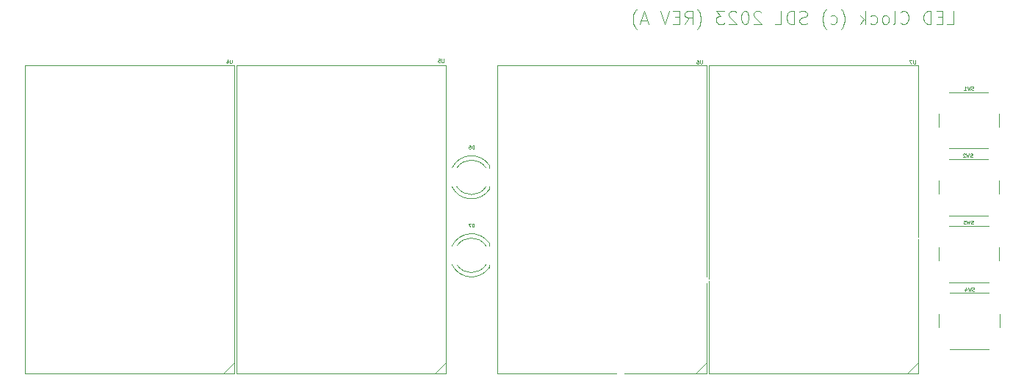
<source format=gbr>
G04 #@! TF.GenerationSoftware,KiCad,Pcbnew,6.0.11-2627ca5db0~126~ubuntu22.04.1*
G04 #@! TF.CreationDate,2023-10-21T07:57:24+01:00*
G04 #@! TF.ProjectId,LEDClock,4c454443-6c6f-4636-9b2e-6b696361645f,rev?*
G04 #@! TF.SameCoordinates,PX44794c0PY22243c0*
G04 #@! TF.FileFunction,Legend,Bot*
G04 #@! TF.FilePolarity,Positive*
%FSLAX45Y45*%
G04 Gerber Fmt 4.5, Leading zero omitted, Abs format (unit mm)*
G04 Created by KiCad (PCBNEW 6.0.11-2627ca5db0~126~ubuntu22.04.1) date 2023-10-21 07:57:24*
%MOMM*%
%LPD*%
G01*
G04 APERTURE LIST*
G04 Aperture macros list*
%AMRoundRect*
0 Rectangle with rounded corners*
0 $1 Rounding radius*
0 $2 $3 $4 $5 $6 $7 $8 $9 X,Y pos of 4 corners*
0 Add a 4 corners polygon primitive as box body*
4,1,4,$2,$3,$4,$5,$6,$7,$8,$9,$2,$3,0*
0 Add four circle primitives for the rounded corners*
1,1,$1+$1,$2,$3*
1,1,$1+$1,$4,$5*
1,1,$1+$1,$6,$7*
1,1,$1+$1,$8,$9*
0 Add four rect primitives between the rounded corners*
20,1,$1+$1,$2,$3,$4,$5,0*
20,1,$1+$1,$4,$5,$6,$7,0*
20,1,$1+$1,$6,$7,$8,$9,0*
20,1,$1+$1,$8,$9,$2,$3,0*%
G04 Aperture macros list end*
%ADD10C,0.100000*%
%ADD11C,0.120000*%
%ADD12O,1.800000X1.100000*%
%ADD13O,2.200000X1.100000*%
%ADD14C,3.200000*%
%ADD15RoundRect,0.250000X-0.620000X-0.845000X0.620000X-0.845000X0.620000X0.845000X-0.620000X0.845000X0*%
%ADD16O,1.740000X2.190000*%
%ADD17R,1.500000X1.500000*%
%ADD18C,1.500000*%
%ADD19C,2.000000*%
%ADD20R,1.800000X1.800000*%
%ADD21C,1.800000*%
%ADD22C,0.800000*%
G04 APERTURE END LIST*
D10*
X11731000Y-231107D02*
X11802428Y-231107D01*
X11802428Y-81107D01*
X11681000Y-152536D02*
X11631000Y-152536D01*
X11609571Y-231107D02*
X11681000Y-231107D01*
X11681000Y-81107D01*
X11609571Y-81107D01*
X11545286Y-231107D02*
X11545286Y-81107D01*
X11509571Y-81107D01*
X11488143Y-88250D01*
X11473857Y-102536D01*
X11466714Y-116821D01*
X11459571Y-145393D01*
X11459571Y-166821D01*
X11466714Y-195393D01*
X11473857Y-209678D01*
X11488143Y-223964D01*
X11509571Y-231107D01*
X11545286Y-231107D01*
X11195286Y-216821D02*
X11202428Y-223964D01*
X11223857Y-231107D01*
X11238143Y-231107D01*
X11259571Y-223964D01*
X11273857Y-209678D01*
X11281000Y-195393D01*
X11288143Y-166821D01*
X11288143Y-145393D01*
X11281000Y-116821D01*
X11273857Y-102536D01*
X11259571Y-88250D01*
X11238143Y-81107D01*
X11223857Y-81107D01*
X11202428Y-88250D01*
X11195286Y-95393D01*
X11109571Y-231107D02*
X11123857Y-223964D01*
X11131000Y-209678D01*
X11131000Y-81107D01*
X11031000Y-231107D02*
X11045286Y-223964D01*
X11052429Y-216821D01*
X11059571Y-202536D01*
X11059571Y-159679D01*
X11052429Y-145393D01*
X11045286Y-138250D01*
X11031000Y-131107D01*
X11009571Y-131107D01*
X10995286Y-138250D01*
X10988143Y-145393D01*
X10981000Y-159679D01*
X10981000Y-202536D01*
X10988143Y-216821D01*
X10995286Y-223964D01*
X11009571Y-231107D01*
X11031000Y-231107D01*
X10852429Y-223964D02*
X10866714Y-231107D01*
X10895286Y-231107D01*
X10909571Y-223964D01*
X10916714Y-216821D01*
X10923857Y-202536D01*
X10923857Y-159679D01*
X10916714Y-145393D01*
X10909571Y-138250D01*
X10895286Y-131107D01*
X10866714Y-131107D01*
X10852429Y-138250D01*
X10788143Y-231107D02*
X10788143Y-81107D01*
X10773857Y-173964D02*
X10731000Y-231107D01*
X10731000Y-131107D02*
X10788143Y-188250D01*
X10509571Y-288250D02*
X10516714Y-281107D01*
X10531000Y-259678D01*
X10538143Y-245393D01*
X10545286Y-223964D01*
X10552429Y-188250D01*
X10552429Y-159679D01*
X10545286Y-123964D01*
X10538143Y-102536D01*
X10531000Y-88250D01*
X10516714Y-66821D01*
X10509571Y-59678D01*
X10388143Y-223964D02*
X10402429Y-231107D01*
X10431000Y-231107D01*
X10445286Y-223964D01*
X10452429Y-216821D01*
X10459571Y-202536D01*
X10459571Y-159679D01*
X10452429Y-145393D01*
X10445286Y-138250D01*
X10431000Y-131107D01*
X10402429Y-131107D01*
X10388143Y-138250D01*
X10338143Y-288250D02*
X10331000Y-281107D01*
X10316714Y-259678D01*
X10309571Y-245393D01*
X10302429Y-223964D01*
X10295286Y-188250D01*
X10295286Y-159679D01*
X10302429Y-123964D01*
X10309571Y-102536D01*
X10316714Y-88250D01*
X10331000Y-66821D01*
X10338143Y-59678D01*
X10116714Y-223964D02*
X10095286Y-231107D01*
X10059571Y-231107D01*
X10045286Y-223964D01*
X10038143Y-216821D01*
X10031000Y-202536D01*
X10031000Y-188250D01*
X10038143Y-173964D01*
X10045286Y-166821D01*
X10059571Y-159679D01*
X10088143Y-152536D01*
X10102429Y-145393D01*
X10109571Y-138250D01*
X10116714Y-123964D01*
X10116714Y-109678D01*
X10109571Y-95393D01*
X10102429Y-88250D01*
X10088143Y-81107D01*
X10052429Y-81107D01*
X10031000Y-88250D01*
X9966714Y-231107D02*
X9966714Y-81107D01*
X9931000Y-81107D01*
X9909571Y-88250D01*
X9895286Y-102536D01*
X9888143Y-116821D01*
X9881000Y-145393D01*
X9881000Y-166821D01*
X9888143Y-195393D01*
X9895286Y-209678D01*
X9909571Y-223964D01*
X9931000Y-231107D01*
X9966714Y-231107D01*
X9745286Y-231107D02*
X9816714Y-231107D01*
X9816714Y-81107D01*
X9588143Y-95393D02*
X9581000Y-88250D01*
X9566714Y-81107D01*
X9531000Y-81107D01*
X9516714Y-88250D01*
X9509571Y-95393D01*
X9502429Y-109678D01*
X9502429Y-123964D01*
X9509571Y-145393D01*
X9595286Y-231107D01*
X9502429Y-231107D01*
X9409571Y-81107D02*
X9395286Y-81107D01*
X9381000Y-88250D01*
X9373857Y-95393D01*
X9366714Y-109678D01*
X9359571Y-138250D01*
X9359571Y-173964D01*
X9366714Y-202536D01*
X9373857Y-216821D01*
X9381000Y-223964D01*
X9395286Y-231107D01*
X9409571Y-231107D01*
X9423857Y-223964D01*
X9431000Y-216821D01*
X9438143Y-202536D01*
X9445286Y-173964D01*
X9445286Y-138250D01*
X9438143Y-109678D01*
X9431000Y-95393D01*
X9423857Y-88250D01*
X9409571Y-81107D01*
X9302429Y-95393D02*
X9295286Y-88250D01*
X9281000Y-81107D01*
X9245286Y-81107D01*
X9231000Y-88250D01*
X9223857Y-95393D01*
X9216714Y-109678D01*
X9216714Y-123964D01*
X9223857Y-145393D01*
X9309571Y-231107D01*
X9216714Y-231107D01*
X9166714Y-81107D02*
X9073857Y-81107D01*
X9123857Y-138250D01*
X9102429Y-138250D01*
X9088143Y-145393D01*
X9081000Y-152536D01*
X9073857Y-166821D01*
X9073857Y-202536D01*
X9081000Y-216821D01*
X9088143Y-223964D01*
X9102429Y-231107D01*
X9145286Y-231107D01*
X9159571Y-223964D01*
X9166714Y-216821D01*
X8852429Y-288250D02*
X8859571Y-281107D01*
X8873857Y-259678D01*
X8881000Y-245393D01*
X8888143Y-223964D01*
X8895286Y-188250D01*
X8895286Y-159679D01*
X8888143Y-123964D01*
X8881000Y-102536D01*
X8873857Y-88250D01*
X8859571Y-66821D01*
X8852429Y-59678D01*
X8709571Y-231107D02*
X8759571Y-159679D01*
X8795286Y-231107D02*
X8795286Y-81107D01*
X8738143Y-81107D01*
X8723857Y-88250D01*
X8716714Y-95393D01*
X8709571Y-109678D01*
X8709571Y-131107D01*
X8716714Y-145393D01*
X8723857Y-152536D01*
X8738143Y-159679D01*
X8795286Y-159679D01*
X8645286Y-152536D02*
X8595286Y-152536D01*
X8573857Y-231107D02*
X8645286Y-231107D01*
X8645286Y-81107D01*
X8573857Y-81107D01*
X8531000Y-81107D02*
X8481000Y-231107D01*
X8431000Y-81107D01*
X8273857Y-188250D02*
X8202428Y-188250D01*
X8288143Y-231107D02*
X8238143Y-81107D01*
X8188143Y-231107D01*
X8152428Y-288250D02*
X8145286Y-281107D01*
X8131000Y-259678D01*
X8123857Y-245393D01*
X8116714Y-223964D01*
X8109571Y-188250D01*
X8109571Y-159679D01*
X8116714Y-123964D01*
X8123857Y-102536D01*
X8131000Y-88250D01*
X8145286Y-66821D01*
X8152428Y-59678D01*
X8907476Y-649095D02*
X8907476Y-681476D01*
X8905571Y-685286D01*
X8903667Y-687190D01*
X8899857Y-689095D01*
X8892238Y-689095D01*
X8888429Y-687190D01*
X8886524Y-685286D01*
X8884619Y-681476D01*
X8884619Y-649095D01*
X8848429Y-649095D02*
X8856048Y-649095D01*
X8859857Y-651000D01*
X8861762Y-652905D01*
X8865571Y-658619D01*
X8867476Y-666238D01*
X8867476Y-681476D01*
X8865571Y-685286D01*
X8863667Y-687190D01*
X8859857Y-689095D01*
X8852238Y-689095D01*
X8848429Y-687190D01*
X8846524Y-685286D01*
X8844619Y-681476D01*
X8844619Y-671952D01*
X8846524Y-668143D01*
X8848429Y-666238D01*
X8852238Y-664333D01*
X8859857Y-664333D01*
X8863667Y-666238D01*
X8865571Y-668143D01*
X8867476Y-671952D01*
X12030333Y-2536190D02*
X12024619Y-2538095D01*
X12015095Y-2538095D01*
X12011286Y-2536190D01*
X12009381Y-2534286D01*
X12007476Y-2530476D01*
X12007476Y-2526667D01*
X12009381Y-2522857D01*
X12011286Y-2520952D01*
X12015095Y-2519048D01*
X12022714Y-2517143D01*
X12026524Y-2515238D01*
X12028428Y-2513333D01*
X12030333Y-2509524D01*
X12030333Y-2505714D01*
X12028428Y-2501905D01*
X12026524Y-2500000D01*
X12022714Y-2498095D01*
X12013190Y-2498095D01*
X12007476Y-2500000D01*
X11994143Y-2498095D02*
X11984619Y-2538095D01*
X11977000Y-2509524D01*
X11969381Y-2538095D01*
X11959857Y-2498095D01*
X11948428Y-2498095D02*
X11923667Y-2498095D01*
X11937000Y-2513333D01*
X11931286Y-2513333D01*
X11927476Y-2515238D01*
X11925571Y-2517143D01*
X11923667Y-2520952D01*
X11923667Y-2530476D01*
X11925571Y-2534286D01*
X11927476Y-2536190D01*
X11931286Y-2538095D01*
X11942714Y-2538095D01*
X11946524Y-2536190D01*
X11948428Y-2534286D01*
X12021333Y-1765190D02*
X12015619Y-1767095D01*
X12006095Y-1767095D01*
X12002286Y-1765190D01*
X12000381Y-1763286D01*
X11998476Y-1759476D01*
X11998476Y-1755667D01*
X12000381Y-1751857D01*
X12002286Y-1749952D01*
X12006095Y-1748048D01*
X12013714Y-1746143D01*
X12017524Y-1744238D01*
X12019428Y-1742333D01*
X12021333Y-1738524D01*
X12021333Y-1734714D01*
X12019428Y-1730905D01*
X12017524Y-1729000D01*
X12013714Y-1727095D01*
X12004190Y-1727095D01*
X11998476Y-1729000D01*
X11985143Y-1727095D02*
X11975619Y-1767095D01*
X11968000Y-1738524D01*
X11960381Y-1767095D01*
X11950857Y-1727095D01*
X11937524Y-1730905D02*
X11935619Y-1729000D01*
X11931809Y-1727095D01*
X11922286Y-1727095D01*
X11918476Y-1729000D01*
X11916571Y-1730905D01*
X11914667Y-1734714D01*
X11914667Y-1738524D01*
X11916571Y-1744238D01*
X11939428Y-1767095D01*
X11914667Y-1767095D01*
X6279024Y-1672095D02*
X6279024Y-1632095D01*
X6269500Y-1632095D01*
X6263786Y-1634000D01*
X6259976Y-1637809D01*
X6258071Y-1641619D01*
X6256167Y-1649238D01*
X6256167Y-1654952D01*
X6258071Y-1662571D01*
X6259976Y-1666381D01*
X6263786Y-1670190D01*
X6269500Y-1672095D01*
X6279024Y-1672095D01*
X6221881Y-1632095D02*
X6229500Y-1632095D01*
X6233309Y-1634000D01*
X6235214Y-1635905D01*
X6239024Y-1641619D01*
X6240928Y-1649238D01*
X6240928Y-1664476D01*
X6239024Y-1668286D01*
X6237119Y-1670190D01*
X6233309Y-1672095D01*
X6225690Y-1672095D01*
X6221881Y-1670190D01*
X6219976Y-1668286D01*
X6218071Y-1664476D01*
X6218071Y-1654952D01*
X6219976Y-1651143D01*
X6221881Y-1649238D01*
X6225690Y-1647333D01*
X6233309Y-1647333D01*
X6237119Y-1649238D01*
X6239024Y-1651143D01*
X6240928Y-1654952D01*
X12033333Y-991190D02*
X12027619Y-993095D01*
X12018095Y-993095D01*
X12014286Y-991190D01*
X12012381Y-989286D01*
X12010476Y-985476D01*
X12010476Y-981667D01*
X12012381Y-977857D01*
X12014286Y-975952D01*
X12018095Y-974048D01*
X12025714Y-972143D01*
X12029524Y-970238D01*
X12031428Y-968333D01*
X12033333Y-964524D01*
X12033333Y-960714D01*
X12031428Y-956905D01*
X12029524Y-955000D01*
X12025714Y-953095D01*
X12016190Y-953095D01*
X12010476Y-955000D01*
X11997143Y-953095D02*
X11987619Y-993095D01*
X11980000Y-964524D01*
X11972381Y-993095D01*
X11962857Y-953095D01*
X11926667Y-993095D02*
X11949524Y-993095D01*
X11938095Y-993095D02*
X11938095Y-953095D01*
X11941905Y-958809D01*
X11945714Y-962619D01*
X11949524Y-964524D01*
X5927476Y-635095D02*
X5927476Y-667476D01*
X5925571Y-671286D01*
X5923667Y-673190D01*
X5919857Y-675095D01*
X5912238Y-675095D01*
X5908428Y-673190D01*
X5906524Y-671286D01*
X5904619Y-667476D01*
X5904619Y-635095D01*
X5866524Y-635095D02*
X5885571Y-635095D01*
X5887476Y-654143D01*
X5885571Y-652238D01*
X5881762Y-650333D01*
X5872238Y-650333D01*
X5868428Y-652238D01*
X5866524Y-654143D01*
X5864619Y-657952D01*
X5864619Y-667476D01*
X5866524Y-671286D01*
X5868428Y-673190D01*
X5872238Y-675095D01*
X5881762Y-675095D01*
X5885571Y-673190D01*
X5887476Y-671286D01*
X6279024Y-2572095D02*
X6279024Y-2532095D01*
X6269500Y-2532095D01*
X6263786Y-2534000D01*
X6259976Y-2537810D01*
X6258071Y-2541619D01*
X6256167Y-2549238D01*
X6256167Y-2554952D01*
X6258071Y-2562571D01*
X6259976Y-2566381D01*
X6263786Y-2570190D01*
X6269500Y-2572095D01*
X6279024Y-2572095D01*
X6242833Y-2532095D02*
X6216167Y-2532095D01*
X6233309Y-2572095D01*
X3487476Y-645095D02*
X3487476Y-677476D01*
X3485571Y-681286D01*
X3483667Y-683190D01*
X3479857Y-685095D01*
X3472238Y-685095D01*
X3468428Y-683190D01*
X3466524Y-681286D01*
X3464619Y-677476D01*
X3464619Y-645095D01*
X3428428Y-658429D02*
X3428428Y-685095D01*
X3437952Y-643190D02*
X3447476Y-671762D01*
X3422714Y-671762D01*
X12041333Y-3311190D02*
X12035619Y-3313095D01*
X12026095Y-3313095D01*
X12022286Y-3311190D01*
X12020381Y-3309286D01*
X12018476Y-3305476D01*
X12018476Y-3301667D01*
X12020381Y-3297857D01*
X12022286Y-3295952D01*
X12026095Y-3294048D01*
X12033714Y-3292143D01*
X12037524Y-3290238D01*
X12039428Y-3288333D01*
X12041333Y-3284524D01*
X12041333Y-3280714D01*
X12039428Y-3276905D01*
X12037524Y-3275000D01*
X12033714Y-3273095D01*
X12024190Y-3273095D01*
X12018476Y-3275000D01*
X12005143Y-3273095D02*
X11995619Y-3313095D01*
X11988000Y-3284524D01*
X11980381Y-3313095D01*
X11970857Y-3273095D01*
X11938476Y-3286428D02*
X11938476Y-3313095D01*
X11948000Y-3271190D02*
X11957524Y-3299762D01*
X11932762Y-3299762D01*
X11364476Y-648095D02*
X11364476Y-680476D01*
X11362571Y-684286D01*
X11360667Y-686190D01*
X11356857Y-688095D01*
X11349238Y-688095D01*
X11345428Y-686190D01*
X11343524Y-684286D01*
X11341619Y-680476D01*
X11341619Y-648095D01*
X11326381Y-648095D02*
X11299714Y-648095D01*
X11316857Y-688095D01*
D11*
X6543500Y-706000D02*
X6543500Y-4262000D01*
X8956500Y-706000D02*
X6543500Y-706000D01*
X8956500Y-4135000D02*
X8829500Y-4262000D01*
X8956500Y-4262000D02*
X8956500Y-706000D01*
X6543500Y-4262000D02*
X8956500Y-4262000D01*
X11633000Y-2961000D02*
X11633000Y-2811000D01*
X12333000Y-2811000D02*
X12333000Y-2961000D01*
X11758000Y-2561000D02*
X12208000Y-2561000D01*
X12208000Y-3211000D02*
X11758000Y-3211000D01*
X12332000Y-2040000D02*
X12332000Y-2190000D01*
X11757000Y-1790000D02*
X12207000Y-1790000D01*
X11632000Y-2190000D02*
X11632000Y-2040000D01*
X12207000Y-2440000D02*
X11757000Y-2440000D01*
X6455500Y-1860100D02*
X6455500Y-1892000D01*
X6455500Y-2108000D02*
X6455500Y-2139900D01*
X6417833Y-1892000D02*
G75*
G03*
X6081229Y-1891904I-168333J-108000D01*
G01*
X6025176Y-2108072D02*
G75*
G03*
X6455500Y-2139875I224324J108072D01*
G01*
X6455500Y-1860125D02*
G75*
G03*
X6025176Y-1891928I-206000J-139875D01*
G01*
X6081229Y-2108096D02*
G75*
G03*
X6417833Y-2108000I168271J108096D01*
G01*
X11632000Y-1418000D02*
X11632000Y-1268000D01*
X11757000Y-1018000D02*
X12207000Y-1018000D01*
X12207000Y-1668000D02*
X11757000Y-1668000D01*
X12332000Y-1268000D02*
X12332000Y-1418000D01*
X3540500Y-4260000D02*
X5953500Y-4260000D01*
X5953500Y-704000D02*
X3540500Y-704000D01*
X5953500Y-4133000D02*
X5826500Y-4260000D01*
X3540500Y-704000D02*
X3540500Y-4260000D01*
X5953500Y-4260000D02*
X5953500Y-704000D01*
X6455500Y-2760100D02*
X6455500Y-2792000D01*
X6455500Y-3008000D02*
X6455500Y-3039900D01*
X6417833Y-2792000D02*
G75*
G03*
X6081229Y-2791904I-168333J-108000D01*
G01*
X6455500Y-2760125D02*
G75*
G03*
X6025176Y-2791928I-206000J-139875D01*
G01*
X6081229Y-3008096D02*
G75*
G03*
X6417833Y-3008000I168271J108096D01*
G01*
X6025176Y-3008072D02*
G75*
G03*
X6455500Y-3039875I224324J108072D01*
G01*
X1102500Y-705000D02*
X1102500Y-4261000D01*
X3515500Y-705000D02*
X1102500Y-705000D01*
X1102500Y-4261000D02*
X3515500Y-4261000D01*
X3515500Y-4261000D02*
X3515500Y-705000D01*
X3515500Y-4134000D02*
X3388500Y-4261000D01*
X12211000Y-3981000D02*
X11761000Y-3981000D01*
X11636000Y-3731000D02*
X11636000Y-3581000D01*
X11761000Y-3331000D02*
X12211000Y-3331000D01*
X12336000Y-3581000D02*
X12336000Y-3731000D01*
X8982500Y-706000D02*
X8982500Y-4262000D01*
X11395500Y-706000D02*
X8982500Y-706000D01*
X11395500Y-4262000D02*
X11395500Y-706000D01*
X8982500Y-4262000D02*
X11395500Y-4262000D01*
X11395500Y-4135000D02*
X11268500Y-4262000D01*
%LPC*%
D12*
X9745000Y-3402500D03*
X9185000Y-3402500D03*
D13*
X9465000Y-3617500D03*
D14*
X400000Y-4600000D03*
X6250000Y-400000D03*
D15*
X6741000Y-4622000D03*
D16*
X6995000Y-4622000D03*
X7249000Y-4622000D03*
X7503000Y-4622000D03*
D14*
X400000Y-400000D03*
D15*
X3664000Y-4624000D03*
D16*
X3918000Y-4624000D03*
X4172000Y-4624000D03*
D15*
X9354000Y-4659000D03*
D16*
X9608000Y-4659000D03*
D14*
X12100000Y-4600000D03*
X12100000Y-400000D03*
X6250000Y-4600000D03*
D17*
X8258000Y-4008000D03*
D18*
X8004000Y-4008000D03*
X7750000Y-4008000D03*
X7496000Y-4008000D03*
X7242000Y-4008000D03*
X7242000Y-960000D03*
X7496000Y-960000D03*
X7750000Y-960000D03*
X8004000Y-960000D03*
X8258000Y-960000D03*
D19*
X12308000Y-2661000D03*
X11658000Y-2661000D03*
X12308000Y-3111000D03*
X11658000Y-3111000D03*
X12307000Y-1890000D03*
X11657000Y-1890000D03*
X12307000Y-2340000D03*
X11657000Y-2340000D03*
D20*
X6376500Y-2000000D03*
D21*
X6122500Y-2000000D03*
D19*
X12307000Y-1118000D03*
X11657000Y-1118000D03*
X12307000Y-1568000D03*
X11657000Y-1568000D03*
D17*
X5255000Y-4006000D03*
D18*
X5001000Y-4006000D03*
X4747000Y-4006000D03*
X4493000Y-4006000D03*
X4239000Y-4006000D03*
X4239000Y-958000D03*
X4493000Y-958000D03*
X4747000Y-958000D03*
X5001000Y-958000D03*
X5255000Y-958000D03*
D20*
X6376500Y-2900000D03*
D21*
X6122500Y-2900000D03*
D17*
X2817000Y-4007000D03*
D18*
X2563000Y-4007000D03*
X2309000Y-4007000D03*
X2055000Y-4007000D03*
X1801000Y-4007000D03*
X1801000Y-959000D03*
X2055000Y-959000D03*
X2309000Y-959000D03*
X2563000Y-959000D03*
X2817000Y-959000D03*
D19*
X11661000Y-3431000D03*
X12311000Y-3431000D03*
X12311000Y-3881000D03*
X11661000Y-3881000D03*
D17*
X10697000Y-4008000D03*
D18*
X10443000Y-4008000D03*
X10189000Y-4008000D03*
X9935000Y-4008000D03*
X9681000Y-4008000D03*
X9681000Y-960000D03*
X9935000Y-960000D03*
X10189000Y-960000D03*
X10443000Y-960000D03*
X10697000Y-960000D03*
D22*
X9449960Y-2244550D03*
X884000Y-4386000D03*
X9322000Y-1880000D03*
X9259117Y-2992665D03*
X5884000Y-4379000D03*
X4709000Y-4677000D03*
X10096000Y-1900000D03*
X3426000Y-4384000D03*
X9968000Y-4672000D03*
X9942500Y-3042500D03*
X3294000Y-4583000D03*
X11354000Y-4414000D03*
X2640000Y-1240000D03*
X8654000Y-1283000D03*
X8316550Y-2711892D03*
X8124000Y-2929000D03*
X8769000Y-4605000D03*
X7673430Y-1894110D03*
X6081500Y-1446000D03*
X9575000Y-3055000D03*
X537380Y-2494000D03*
X6800000Y-1100000D03*
X930000Y-4761000D03*
X8773200Y-1884550D03*
X5752000Y-4578000D03*
X9255500Y-1375500D03*
X11222000Y-4613000D03*
X10024000Y-3203000D03*
X7972450Y-2231000D03*
X4891000Y-3216250D03*
X10415000Y-1896000D03*
X1504000Y-4920000D03*
X9572600Y-1851000D03*
X7932000Y-3304000D03*
X7435000Y-3226000D03*
X2355000Y-4570000D03*
X5600000Y-1100000D03*
X1633380Y-2498000D03*
X5469000Y-3229000D03*
X5469000Y-4170000D03*
X11367000Y-2702000D03*
X11268450Y-2499000D03*
X10313000Y-3841450D03*
X11156000Y-2280000D03*
X11170000Y-2150000D03*
X11097000Y-2012000D03*
X11032000Y-2936000D03*
X11105000Y-3027000D03*
X8661758Y-1882729D03*
X9739000Y-2053000D03*
X5120000Y-4449050D03*
X2173000Y-4349000D03*
X2216000Y-3389000D03*
X4614901Y-3630050D03*
X8851300Y-3146876D03*
X4608000Y-4344000D03*
X8277000Y-3613000D03*
X8955067Y-3189058D03*
X7972350Y-4272110D03*
X9080498Y-3769422D03*
X9106000Y-4380000D03*
X9772460Y-2202000D03*
X8487195Y-1895550D03*
X8383000Y-1899000D03*
X9749000Y-2308000D03*
X8787799Y-2310201D03*
X9747063Y-2428296D03*
X6398000Y-1441000D03*
X9733290Y-2527293D03*
X9081000Y-2390000D03*
X9222000Y-3128000D03*
X9474000Y-3225000D03*
X9727450Y-2627073D03*
X9077000Y-2499000D03*
X3642000Y-3579000D03*
X3934000Y-3475550D03*
X9073141Y-2705600D03*
X10006000Y-1554000D03*
X10099000Y-2617000D03*
X8726623Y-2715163D03*
X8121350Y-4482160D03*
X9496000Y-2335000D03*
X8168000Y-1580000D03*
X8618817Y-2695183D03*
X10112000Y-2881000D03*
X9505992Y-2663519D03*
X9793000Y-2738000D03*
X11475000Y-2577000D03*
X9665550Y-2772450D03*
X9074003Y-2605653D03*
X10558000Y-4480000D03*
X9757000Y-3025000D03*
X8661450Y-3101865D03*
X11247000Y-1791000D03*
X10842000Y-3769000D03*
X2665000Y-4444000D03*
X8557000Y-3058000D03*
X8486000Y-4217000D03*
M02*

</source>
